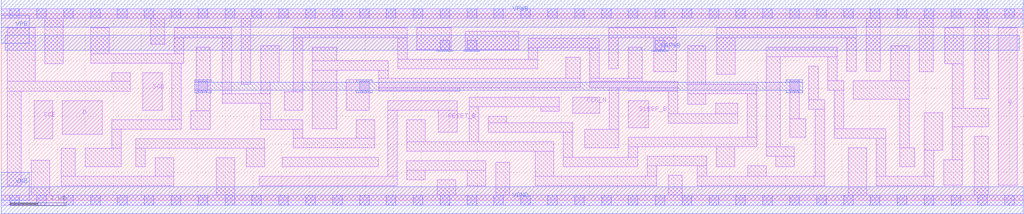
<source format=lef>
# Copyright 2020 The SkyWater PDK Authors
#
# Licensed under the Apache License, Version 2.0 (the "License");
# you may not use this file except in compliance with the License.
# You may obtain a copy of the License at
#
#     https://www.apache.org/licenses/LICENSE-2.0
#
# Unless required by applicable law or agreed to in writing, software
# distributed under the License is distributed on an "AS IS" BASIS,
# WITHOUT WARRANTIES OR CONDITIONS OF ANY KIND, either express or implied.
# See the License for the specific language governing permissions and
# limitations under the License.
#
# SPDX-License-Identifier: Apache-2.0

VERSION 5.5 ;
NAMESCASESENSITIVE ON ;
BUSBITCHARS "[]" ;
DIVIDERCHAR "/" ;
MACRO sky130_fd_sc_lp__srsdfrtn_1
  CLASS CORE ;
  SOURCE USER ;
  ORIGIN  0.000000  0.000000 ;
  SIZE  18.24000 BY  3.330000 ;
  SYMMETRY X Y R90 ;
  SITE unit ;
  PIN D
    ANTENNAGATEAREA  0.159000 ;
    DIRECTION INPUT ;
    USE SIGNAL ;
    PORT
      LAYER li1 ;
        RECT 1.085000 1.180000 1.805000 1.780000 ;
    END
  END D
  PIN Q
    ANTENNADIFFAREA  0.585900 ;
    DIRECTION OUTPUT ;
    USE SIGNAL ;
    PORT
      LAYER li1 ;
        RECT 17.795000 0.265000 18.135000 3.075000 ;
    END
  END Q
  PIN RESET_B
    ANTENNAGATEAREA  0.598000 ;
    DIRECTION INPUT ;
    USE SIGNAL ;
    PORT
      LAYER li1 ;
        RECT 4.605000 0.255000 7.070000 0.425000 ;
        RECT 6.900000 0.425000 7.070000 1.610000 ;
        RECT 6.900000 1.610000 8.140000 1.780000 ;
        RECT 7.805000 1.215000 8.140000 1.610000 ;
    END
  END RESET_B
  PIN SCD
    ANTENNAGATEAREA  0.159000 ;
    DIRECTION INPUT ;
    USE SIGNAL ;
    PORT
      LAYER li1 ;
        RECT 2.525000 1.605000 2.870000 2.275000 ;
    END
  END SCD
  PIN SCE
    ANTENNAGATEAREA  0.318000 ;
    DIRECTION INPUT ;
    USE SIGNAL ;
    PORT
      LAYER li1 ;
        RECT 0.585000 1.095000 0.915000 1.780000 ;
    END
  END SCE
  PIN SLEEP_B
    ANTENNAGATEAREA  0.598000 ;
    DIRECTION INPUT ;
    USE SIGNAL ;
    PORT
      LAYER li1 ;
        RECT 11.195000 1.295000 11.560000 1.780000 ;
    END
  END SLEEP_B
  PIN CLK_N
    ANTENNAGATEAREA  0.159000 ;
    DIRECTION INPUT ;
    USE CLOCK ;
    PORT
      LAYER li1 ;
        RECT 10.205000 1.555000 10.685000 1.840000 ;
    END
  END CLK_N
  PIN KAPWR
    ANTENNADIFFAREA  2.606825 ;
    ANTENNAPARTIALMETALSIDEAREA  0.031500 ;
    DIRECTION INOUT ;
    USE POWER ;
    PORT
      LAYER met1 ;
        RECT  0.070000 2.675000 18.170000 2.945000 ;
        RECT  7.775000 2.660000  8.065000 2.675000 ;
        RECT  8.255000 2.660000  8.545000 2.675000 ;
        RECT 11.615000 2.660000 11.905000 2.675000 ;
    END
  END KAPWR
  PIN VGND
    DIRECTION INOUT ;
    USE GROUND ;
    PORT
      LAYER met1 ;
        RECT 0.000000 -0.245000 18.240000 0.245000 ;
    END
  END VGND
  PIN VNB
    DIRECTION INOUT ;
    USE GROUND ;
    PORT
      LAYER met1 ;
        RECT 0.000000 0.000000 0.500000 0.500000 ;
    END
  END VNB
  PIN VPB
    DIRECTION INOUT ;
    USE POWER ;
    PORT
      LAYER met1 ;
        RECT 0.000000 2.800000 0.500000 3.300000 ;
    END
  END VPB
  PIN VPWR
    DIRECTION INOUT ;
    USE POWER ;
    PORT
      LAYER met1 ;
        RECT 0.000000 3.085000 18.240000 3.575000 ;
    END
  END VPWR
  OBS
    LAYER li1 ;
      RECT  0.000000 -0.085000 18.240000 0.085000 ;
      RECT  0.000000  3.245000 18.240000 3.415000 ;
      RECT  0.105000  0.255000  0.355000 1.950000 ;
      RECT  0.105000  1.950000  2.305000 2.120000 ;
      RECT  0.105000  2.120000  0.610000 3.075000 ;
      RECT  0.535000  0.085000  0.865000 0.715000 ;
      RECT  0.780000  2.435000  1.110000 3.245000 ;
      RECT  1.070000  0.255000  3.080000 0.425000 ;
      RECT  1.070000  0.425000  1.320000 0.925000 ;
      RECT  1.500000  0.595000  2.145000 0.925000 ;
      RECT  1.600000  2.445000  3.260000 2.615000 ;
      RECT  1.600000  2.615000  1.930000 3.075000 ;
      RECT  1.975000  0.925000  2.145000 1.265000 ;
      RECT  1.975000  1.265000  3.210000 1.435000 ;
      RECT  1.975000  1.945000  2.305000 1.950000 ;
      RECT  1.975000  2.120000  2.305000 2.275000 ;
      RECT  2.400000  0.595000  2.570000 0.925000 ;
      RECT  2.400000  0.925000  4.700000 1.095000 ;
      RECT  2.670000  2.785000  2.920000 3.245000 ;
      RECT  2.750000  0.425000  3.080000 0.755000 ;
      RECT  3.040000  1.435000  3.210000 2.445000 ;
      RECT  3.090000  2.615000  3.260000 2.905000 ;
      RECT  3.090000  2.905000  4.115000 3.075000 ;
      RECT  3.380000  1.265000  3.735000 1.595000 ;
      RECT  3.485000  1.595000  3.735000 2.735000 ;
      RECT  3.835000  0.085000  4.165000 0.755000 ;
      RECT  3.945000  1.735000  4.805000 1.905000 ;
      RECT  3.945000  1.905000  4.115000 2.905000 ;
      RECT  4.285000  2.075000  4.455000 3.245000 ;
      RECT  4.370000  0.595000  4.700000 0.925000 ;
      RECT  4.635000  1.265000  5.380000 1.435000 ;
      RECT  4.635000  1.435000  4.805000 1.735000 ;
      RECT  4.635000  1.905000  4.805000 2.105000 ;
      RECT  4.635000  2.105000  4.965000 2.755000 ;
      RECT  5.015000  0.595000  6.730000 0.765000 ;
      RECT  5.050000  1.605000  5.380000 1.935000 ;
      RECT  5.210000  0.935000  6.670000 1.105000 ;
      RECT  5.210000  1.105000  5.380000 1.265000 ;
      RECT  5.210000  1.935000  5.380000 2.905000 ;
      RECT  5.210000  2.905000  7.245000 3.075000 ;
      RECT  5.550000  1.275000  5.985000 2.320000 ;
      RECT  5.550000  2.320000  6.905000 2.490000 ;
      RECT  5.550000  2.490000  5.985000 2.735000 ;
      RECT  6.155000  1.605000  6.565000 2.150000 ;
      RECT  6.340000  1.105000  6.670000 1.435000 ;
      RECT  6.735000  1.950000  8.185000 2.010000 ;
      RECT  6.735000  2.010000 10.335000 2.180000 ;
      RECT  6.735000  2.180000  6.905000 2.320000 ;
      RECT  7.075000  2.350000  9.580000 2.520000 ;
      RECT  7.075000  2.520000  7.245000 2.905000 ;
      RECT  7.240000  0.365000  7.570000 0.535000 ;
      RECT  7.240000  0.535000  8.645000 0.705000 ;
      RECT  7.240000  0.875000  9.865000 1.045000 ;
      RECT  7.240000  1.045000  7.570000 1.440000 ;
      RECT  7.415000  2.690000  8.035000 3.075000 ;
      RECT  7.780000  0.085000  8.110000 0.365000 ;
      RECT  8.285000  2.690000  9.240000 3.020000 ;
      RECT  8.315000  0.255000  8.645000 0.535000 ;
      RECT  8.355000  1.045000  8.525000 1.670000 ;
      RECT  8.355000  1.670000  9.960000 1.840000 ;
      RECT  8.695000  1.215000 10.205000 1.385000 ;
      RECT  8.695000  1.385000  9.025000 1.500000 ;
      RECT  8.825000  0.085000  9.075000 0.675000 ;
      RECT  9.410000  2.520000  9.580000 2.725000 ;
      RECT  9.410000  2.725000 10.675000 2.895000 ;
      RECT  9.535000  0.255000 11.705000 0.425000 ;
      RECT  9.535000  0.425000  9.865000 0.875000 ;
      RECT  9.630000  1.590000  9.960000 1.670000 ;
      RECT 10.035000  0.595000 11.365000 0.765000 ;
      RECT 10.035000  0.765000 10.205000 1.215000 ;
      RECT 10.080000  2.180000 10.335000 2.555000 ;
      RECT 10.420000  0.935000 11.025000 1.265000 ;
      RECT 10.505000  2.010000 12.080000 2.120000 ;
      RECT 10.505000  2.120000 11.445000 2.180000 ;
      RECT 10.505000  2.180000 10.675000 2.725000 ;
      RECT 10.845000  2.350000 11.015000 2.905000 ;
      RECT 10.845000  2.905000 12.050000 3.075000 ;
      RECT 10.855000  1.265000 11.025000 2.010000 ;
      RECT 11.195000  0.765000 11.365000 0.955000 ;
      RECT 11.195000  0.955000 13.485000 1.125000 ;
      RECT 11.195000  1.950000 12.080000 2.010000 ;
      RECT 11.195000  2.180000 11.445000 2.735000 ;
      RECT 11.535000  0.425000 11.705000 0.615000 ;
      RECT 11.535000  0.615000 12.595000 0.785000 ;
      RECT 11.645000  2.290000 12.050000 2.905000 ;
      RECT 11.910000  0.085000 12.160000 0.445000 ;
      RECT 11.910000  1.375000 13.145000 1.545000 ;
      RECT 11.910000  1.545000 12.080000 1.950000 ;
      RECT 12.250000  1.715000 12.580000 1.905000 ;
      RECT 12.250000  1.905000 13.485000 2.075000 ;
      RECT 12.250000  2.075000 12.580000 2.755000 ;
      RECT 12.425000  0.255000 14.700000 0.425000 ;
      RECT 12.425000  0.425000 12.595000 0.615000 ;
      RECT 12.750000  1.545000 13.145000 1.735000 ;
      RECT 12.765000  0.595000 13.095000 0.955000 ;
      RECT 12.770000  2.245000 13.100000 2.905000 ;
      RECT 12.770000  2.905000 15.265000 3.075000 ;
      RECT 13.315000  1.125000 13.485000 1.905000 ;
      RECT 13.325000  0.425000 13.655000 0.615000 ;
      RECT 13.655000  0.785000 14.155000 0.955000 ;
      RECT 13.655000  0.955000 13.905000 2.565000 ;
      RECT 13.655000  2.565000 14.925000 2.735000 ;
      RECT 13.825000  0.595000 14.155000 0.785000 ;
      RECT 14.075000  1.125000 14.360000 1.455000 ;
      RECT 14.075000  1.455000 14.245000 2.150000 ;
      RECT 14.415000  1.625000 14.700000 1.795000 ;
      RECT 14.415000  1.795000 14.585000 2.395000 ;
      RECT 14.530000  0.425000 14.700000 1.625000 ;
      RECT 14.755000  1.965000 15.040000 2.135000 ;
      RECT 14.755000  2.135000 14.925000 2.565000 ;
      RECT 14.870000  1.105000 15.790000 1.275000 ;
      RECT 14.870000  1.275000 15.040000 1.965000 ;
      RECT 15.095000  2.305000 15.265000 2.905000 ;
      RECT 15.120000  0.085000 15.450000 0.935000 ;
      RECT 15.210000  1.805000 16.205000 2.135000 ;
      RECT 15.445000  2.305000 15.695000 3.245000 ;
      RECT 15.620000  0.255000 16.650000 0.425000 ;
      RECT 15.620000  0.425000 15.790000 1.105000 ;
      RECT 15.875000  2.135000 16.205000 2.755000 ;
      RECT 16.035000  0.595000 16.305000 0.935000 ;
      RECT 16.035000  0.935000 16.205000 1.805000 ;
      RECT 16.385000  2.295000 16.635000 3.245000 ;
      RECT 16.480000  0.425000 16.650000 0.895000 ;
      RECT 16.480000  0.895000 16.810000 1.565000 ;
      RECT 16.820000  0.265000 17.150000 0.725000 ;
      RECT 16.840000  2.435000 17.170000 3.075000 ;
      RECT 16.980000  0.725000 17.150000 1.315000 ;
      RECT 16.980000  1.315000 17.625000 1.645000 ;
      RECT 16.980000  1.645000 17.170000 2.435000 ;
      RECT 17.365000  0.085000 17.615000 1.145000 ;
      RECT 17.375000  1.815000 17.625000 3.245000 ;
    LAYER mcon ;
      RECT  0.155000 -0.085000  0.325000 0.085000 ;
      RECT  0.155000  3.245000  0.325000 3.415000 ;
      RECT  0.635000 -0.085000  0.805000 0.085000 ;
      RECT  0.635000  3.245000  0.805000 3.415000 ;
      RECT  1.115000 -0.085000  1.285000 0.085000 ;
      RECT  1.115000  3.245000  1.285000 3.415000 ;
      RECT  1.595000 -0.085000  1.765000 0.085000 ;
      RECT  1.595000  3.245000  1.765000 3.415000 ;
      RECT  2.075000 -0.085000  2.245000 0.085000 ;
      RECT  2.075000  3.245000  2.245000 3.415000 ;
      RECT  2.555000 -0.085000  2.725000 0.085000 ;
      RECT  2.555000  3.245000  2.725000 3.415000 ;
      RECT  3.035000 -0.085000  3.205000 0.085000 ;
      RECT  3.035000  3.245000  3.205000 3.415000 ;
      RECT  3.515000 -0.085000  3.685000 0.085000 ;
      RECT  3.515000  1.950000  3.685000 2.120000 ;
      RECT  3.515000  3.245000  3.685000 3.415000 ;
      RECT  3.995000 -0.085000  4.165000 0.085000 ;
      RECT  3.995000  3.245000  4.165000 3.415000 ;
      RECT  4.475000 -0.085000  4.645000 0.085000 ;
      RECT  4.475000  3.245000  4.645000 3.415000 ;
      RECT  4.955000 -0.085000  5.125000 0.085000 ;
      RECT  4.955000  3.245000  5.125000 3.415000 ;
      RECT  5.435000 -0.085000  5.605000 0.085000 ;
      RECT  5.435000  3.245000  5.605000 3.415000 ;
      RECT  5.915000 -0.085000  6.085000 0.085000 ;
      RECT  5.915000  3.245000  6.085000 3.415000 ;
      RECT  6.395000 -0.085000  6.565000 0.085000 ;
      RECT  6.395000  1.950000  6.565000 2.120000 ;
      RECT  6.395000  3.245000  6.565000 3.415000 ;
      RECT  6.875000 -0.085000  7.045000 0.085000 ;
      RECT  6.875000  3.245000  7.045000 3.415000 ;
      RECT  7.355000 -0.085000  7.525000 0.085000 ;
      RECT  7.355000  3.245000  7.525000 3.415000 ;
      RECT  7.835000 -0.085000  8.005000 0.085000 ;
      RECT  7.835000  2.690000  8.005000 2.860000 ;
      RECT  7.835000  3.245000  8.005000 3.415000 ;
      RECT  8.315000 -0.085000  8.485000 0.085000 ;
      RECT  8.315000  2.690000  8.485000 2.860000 ;
      RECT  8.315000  3.245000  8.485000 3.415000 ;
      RECT  8.795000 -0.085000  8.965000 0.085000 ;
      RECT  8.795000  3.245000  8.965000 3.415000 ;
      RECT  9.275000 -0.085000  9.445000 0.085000 ;
      RECT  9.275000  3.245000  9.445000 3.415000 ;
      RECT  9.755000 -0.085000  9.925000 0.085000 ;
      RECT  9.755000  3.245000  9.925000 3.415000 ;
      RECT 10.235000 -0.085000 10.405000 0.085000 ;
      RECT 10.235000  3.245000 10.405000 3.415000 ;
      RECT 10.715000 -0.085000 10.885000 0.085000 ;
      RECT 10.715000  3.245000 10.885000 3.415000 ;
      RECT 11.195000 -0.085000 11.365000 0.085000 ;
      RECT 11.195000  3.245000 11.365000 3.415000 ;
      RECT 11.675000 -0.085000 11.845000 0.085000 ;
      RECT 11.675000  2.690000 11.845000 2.860000 ;
      RECT 11.675000  3.245000 11.845000 3.415000 ;
      RECT 12.155000 -0.085000 12.325000 0.085000 ;
      RECT 12.155000  3.245000 12.325000 3.415000 ;
      RECT 12.635000 -0.085000 12.805000 0.085000 ;
      RECT 12.635000  3.245000 12.805000 3.415000 ;
      RECT 13.115000 -0.085000 13.285000 0.085000 ;
      RECT 13.115000  3.245000 13.285000 3.415000 ;
      RECT 13.595000 -0.085000 13.765000 0.085000 ;
      RECT 13.595000  3.245000 13.765000 3.415000 ;
      RECT 14.075000 -0.085000 14.245000 0.085000 ;
      RECT 14.075000  1.950000 14.245000 2.120000 ;
      RECT 14.075000  3.245000 14.245000 3.415000 ;
      RECT 14.555000 -0.085000 14.725000 0.085000 ;
      RECT 14.555000  3.245000 14.725000 3.415000 ;
      RECT 15.035000 -0.085000 15.205000 0.085000 ;
      RECT 15.035000  3.245000 15.205000 3.415000 ;
      RECT 15.515000 -0.085000 15.685000 0.085000 ;
      RECT 15.515000  3.245000 15.685000 3.415000 ;
      RECT 15.995000 -0.085000 16.165000 0.085000 ;
      RECT 15.995000  3.245000 16.165000 3.415000 ;
      RECT 16.475000 -0.085000 16.645000 0.085000 ;
      RECT 16.475000  3.245000 16.645000 3.415000 ;
      RECT 16.955000 -0.085000 17.125000 0.085000 ;
      RECT 16.955000  3.245000 17.125000 3.415000 ;
      RECT 17.435000 -0.085000 17.605000 0.085000 ;
      RECT 17.435000  3.245000 17.605000 3.415000 ;
      RECT 17.915000 -0.085000 18.085000 0.085000 ;
      RECT 17.915000  3.245000 18.085000 3.415000 ;
    LAYER met1 ;
      RECT  3.455000 1.920000  3.745000 1.965000 ;
      RECT  3.455000 1.965000 14.305000 2.105000 ;
      RECT  3.455000 2.105000  3.745000 2.150000 ;
      RECT  6.335000 1.920000  6.625000 1.965000 ;
      RECT  6.335000 2.105000  6.625000 2.150000 ;
      RECT 14.015000 1.920000 14.305000 1.965000 ;
      RECT 14.015000 2.105000 14.305000 2.150000 ;
  END
END sky130_fd_sc_lp__srsdfrtn_1

</source>
